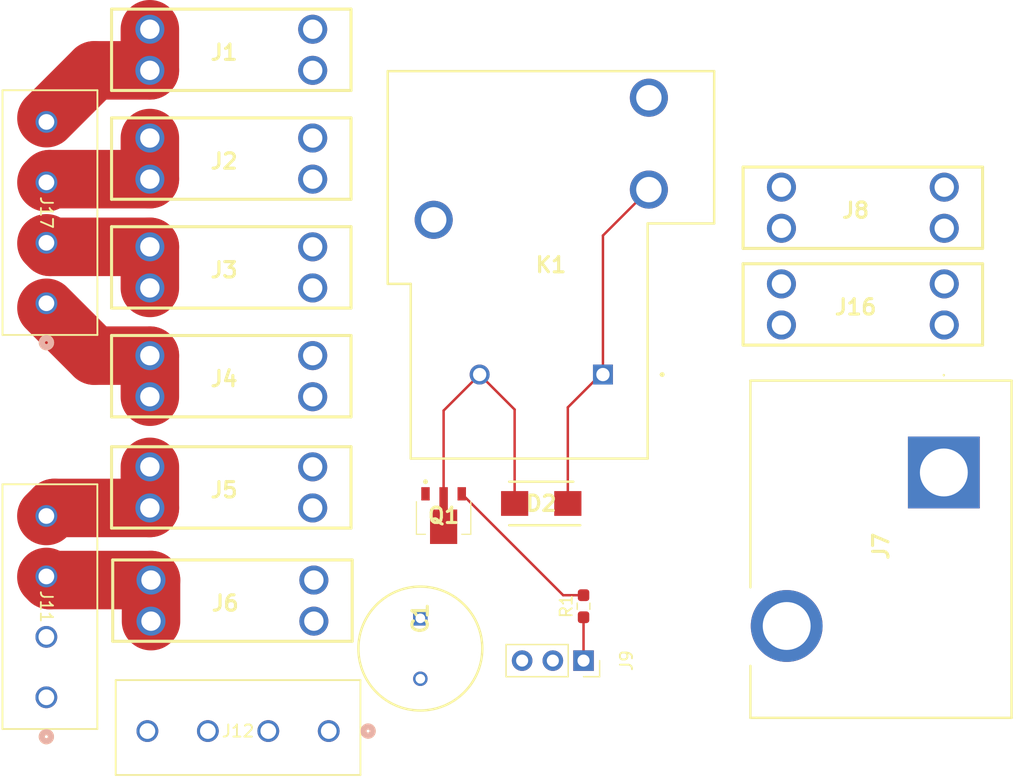
<source format=kicad_pcb>
(kicad_pcb (version 20240108) (generator "pcbnew") (generator_version "8.0")
  (layers (0 "F.Cu" signal) (31 "B.Cu" signal) (34 "B.Paste" user) (35 "F.Paste" user) (36 "B.SilkS" user "B.Silkscreen") (37 "F.SilkS" user "F.Silkscreen") (38 "B.Mask" user) (39 "F.Mask" user) (44 "Edge.Cuts" user))
  (net 0 "")
  (net 1 "Net-(C1-+)")
  (net 2 "Net-(D2-K)")
  (net 3 "Net-(J1-Pad1)")
  (net 4 "Net-(J17-Pad3)")
  (net 5 "Net-(J17-Pad2)")
  (net 6 "Net-(J17-Pad1)")
  (net 7 "Net-(J11-Pad4)")
  (net 8 "Net-(J11-Pad3)")
  (net 9 "GND")
  (net 10 "Net-(J9-Pin_1)")
  (net 12 "Net-(Q1-B)")
  (net 13 "/50F")
  (net 14 "/50U")
  (net 15 "/50R")
  (footprint "SamacSys_Parts:3557-2" (layer "F.Cu") (at 118.245 80.065)
    (property "Reference" "J8" (at -0.597 0.218 0) (layer "F.SilkS") (effects (font (size 1.27 1.27) (thickness 0.254))))
    (property "Value" "3557-2" (hide yes))
    (fp_line (start -9.905 -3.365) (end -9.905 3.365) (stroke (width 0.254)) (layer "F.SilkS"))
    (fp_line (start -9.905 3.365) (end 9.905 3.365) (stroke (width 0.254)) (layer "F.SilkS"))
    (fp_line (start 9.905 -3.365) (end -9.905 -3.365) (stroke (width 0.254)) (layer "F.SilkS"))
    (fp_line (start 9.905 3.365) (end 9.905 -3.365) (stroke (width 0.254)) (layer "F.SilkS"))
    (pad "1" thru_hole circle (at -6.735 -1.7) (size 2.4 2.4) (drill 1.6) (layers "*.Cu" "*.Mask") (net 13 "/50F"))
    (pad "2" thru_hole circle (at 6.735 -1.7) (size 2.4 2.4) (drill 1.6) (layers "*.Cu" "*.Mask") (net 14 "/50U"))
    (pad "3" thru_hole circle (at -6.735 1.7) (size 2.4 2.4) (drill 1.6) (layers "*.Cu" "*.Mask") (net 13 "/50F"))
    (pad "4" thru_hole circle (at 6.735 1.7) (size 2.4 2.4) (drill 1.6) (layers "*.Cu" "*.Mask") (net 14 "/50U"))
  )
  (footprint "SamacSys_Parts:3557-2" (layer "F.Cu") (at 66.095 112.565)
    (property "Reference" "J6" (at -0.597 0.218 0) (layer "F.SilkS") (effects (font (size 1.27 1.27) (thickness 0.254))))
    (property "Value" "3557-2" (hide yes))
    (fp_line (start -9.905 -3.365) (end -9.905 3.365) (stroke (width 0.254)) (layer "F.SilkS"))
    (fp_line (start -9.905 3.365) (end 9.905 3.365) (stroke (width 0.254)) (layer "F.SilkS"))
    (fp_line (start 9.905 -3.365) (end -9.905 -3.365) (stroke (width 0.254)) (layer "F.SilkS"))
    (fp_line (start 9.905 3.365) (end 9.905 -3.365) (stroke (width 0.254)) (layer "F.SilkS"))
    (pad "1" thru_hole circle (at -6.735 -1.7) (size 2.4 2.4) (drill 1.6) (layers "*.Cu" "*.Mask") (net 8 "Net-(J11-Pad3)"))
    (pad "2" thru_hole circle (at 6.735 -1.7) (size 2.4 2.4) (drill 1.6) (layers "*.Cu" "*.Mask") (net 15 "/50R"))
    (pad "3" thru_hole circle (at -6.735 1.7) (size 2.4 2.4) (drill 1.6) (layers "*.Cu" "*.Mask") (net 8 "Net-(J11-Pad3)"))
    (pad "4" thru_hole circle (at 6.735 1.7) (size 2.4 2.4) (drill 1.6) (layers "*.Cu" "*.Mask") (net 15 "/50R"))
  )
  (footprint "SamacSys_Parts:CONN4_TB002-500_787x299_CUD" (layer "F.Cu") (at 74.0616 123.3571)
    (property "Reference" "J12" (at -7.5 0 0) (layer "F.SilkS"))
    (property "Value" "TB002-500-04BE")
    (fp_circle (center 3.2569 0) (end 3.6379 0) (stroke (width 0.508)) (fill none) (layer "B.SilkS"))
    (fp_line (start -17.6219 -4.2164) (end -17.6219 3.6322) (stroke (width 0.1524)) (layer "F.SilkS"))
    (fp_line (start -17.6219 3.6322) (end 2.6219 3.6322) (stroke (width 0.1524)) (layer "F.SilkS"))
    (fp_line (start 2.6219 -4.2164) (end -17.6219 -4.2164) (stroke (width 0.1524)) (layer "F.SilkS"))
    (fp_line (start 2.6219 3.6322) (end 2.6219 -4.2164) (stroke (width 0.1524)) (layer "F.SilkS"))
    (fp_circle (center 3.2569 0) (end 3.6379 0) (stroke (width 0.508)) (fill none) (layer "F.SilkS"))
    (pad "1" thru_hole circle (at 0 0) (size 1.8034 1.8034) (drill 1.2954) (layers "*.Cu" "*.Mask") (net 9 "GND"))
    (pad "2" thru_hole circle (at -5 0) (size 1.8034 1.8034) (drill 1.2954) (layers "*.Cu" "*.Mask") (net 9 "GND"))
    (pad "3" thru_hole circle (at -10 0) (size 1.8034 1.8034) (drill 1.2954) (layers "*.Cu" "*.Mask") (net 9 "GND"))
    (pad "4" thru_hole circle (at -15.000001 0) (size 1.8034 1.8034) (drill 1.2954) (layers "*.Cu" "*.Mask") (net 9 "GND"))
  )
  (footprint "Connector_PinSocket_2.54mm:PinSocket_1x03_P2.54mm_Vertical" (layer "F.Cu") (at 95.14 117.53 -90)
    (property "Reference" "J9" (at 0 -3.55 90) (layer "F.SilkS"))
    (property "Value" "Conn_01x03_Pin")
    (fp_line (start -1.33 6.41) (end 1.33 6.41) (stroke (width 0.12)) (layer "F.SilkS"))
    (fp_line (start -1.33 1.27) (end -1.33 6.41) (stroke (width 0.12)) (layer "F.SilkS"))
    (fp_line (start -1.33 1.27) (end 1.33 1.27) (stroke (width 0.12)) (layer "F.SilkS"))
    (fp_line (start 1.33 1.27) (end 1.33 6.41) (stroke (width 0.12)) (layer "F.SilkS"))
    (fp_line (start 0 -1.33) (end 1.33 -1.33) (stroke (width 0.12)) (layer "F.SilkS"))
    (fp_line (start 1.33 -1.33) (end 1.33 0) (stroke (width 0.12)) (layer "F.SilkS"))
    (pad "1" thru_hole rect (at 0 0 270) (size 1.7 1.7) (drill 1) (layers "*.Cu" "*.Mask") (net 10 "Net-(J9-Pin_1)"))
    (pad "2" thru_hole oval (at 0 2.54 270) (size 1.7 1.7) (drill 1) (layers "*.Cu" "*.Mask") (net 13 "/50F"))
    (pad "3" thru_hole oval (at 0 5.08 270) (size 1.7 1.7) (drill 1) (layers "*.Cu" "*.Mask") (net 9 "GND"))
  )
  (footprint "SamacSys_Parts:0389690002" (layer "F.Cu") (at 124.945 101.965 -90)
    (property "Reference" "J7" (at 6.1 5.2 -90) (layer "F.SilkS") (effects (font (size 1.27 1.27) (thickness 0.254))))
    (property "Value" "0389690002" (hide yes))
    (fp_line (start -7.6 16) (end -7.6 -5.6) (stroke (width 0.2)) (layer "F.SilkS"))
    (fp_line (start 9.5 16) (end -7.6 16) (stroke (width 0.2)) (layer "F.SilkS"))
    (fp_line (start 20.3 16) (end 16 16) (stroke (width 0.2)) (layer "F.SilkS"))
    (fp_line (start 20.3 15.5) (end 20.3 16) (stroke (width 0.2)) (layer "F.SilkS"))
    (fp_line (start -8.1 0) (end -8.1 0) (stroke (width 0.1)) (layer "F.SilkS"))
    (fp_line (start -8 0) (end -8 0) (stroke (width 0.1)) (layer "F.SilkS"))
    (fp_line (start -7.6 -5.6) (end 20.3 -5.6) (stroke (width 0.2)) (layer "F.SilkS"))
    (fp_line (start 20.3 -5.6) (end 20.3 15.5) (stroke (width 0.2)) (layer "F.SilkS"))
    (fp_arc (start -8.1 0) (mid -8.05 -0.05) (end -8 0) (stroke (width 0.1)) (layer "F.SilkS"))
    (fp_arc (start -8 0) (mid -8.05 0.05) (end -8.1 0) (stroke (width 0.1)) (layer "F.SilkS"))
    (pad "1" thru_hole rect (at 0 0 270) (size 5.94 5.94) (drill 3.96) (layers "*.Cu" "*.Mask") (net 14 "/50U"))
    (pad "2" thru_hole circle (at 12.7 13 270) (size 5.94 5.94) (drill 3.96) (layers "*.Cu" "*.Mask") (net 9 "GND"))
  )
  (footprint "SamacSys_Parts:3557-2" (layer "F.Cu") (at 66 76)
    (property "Reference" "J2" (at -0.597 0.218 0) (layer "F.SilkS") (effects (font (size 1.27 1.27) (thickness 0.254))))
    (property "Value" "3557-2" (hide yes))
    (fp_line (start -9.905 -3.365) (end -9.905 3.365) (stroke (width 0.254)) (layer "F.SilkS"))
    (fp_line (start -9.905 3.365) (end 9.905 3.365) (stroke (width 0.254)) (layer "F.SilkS"))
    (fp_line (start 9.905 -3.365) (end -9.905 -3.365) (stroke (width 0.254)) (layer "F.SilkS"))
    (fp_line (start 9.905 3.365) (end 9.905 -3.365) (stroke (width 0.254)) (layer "F.SilkS"))
    (pad "1" thru_hole circle (at -6.735 -1.7) (size 2.4 2.4) (drill 1.6) (layers "*.Cu" "*.Mask") (net 4 "Net-(J17-Pad3)"))
    (pad "2" thru_hole circle (at 6.735 -1.7) (size 2.4 2.4) (drill 1.6) (layers "*.Cu" "*.Mask") (net 15 "/50R"))
    (pad "3" thru_hole circle (at -6.735 1.7) (size 2.4 2.4) (drill 1.6) (layers "*.Cu" "*.Mask") (net 4 "Net-(J17-Pad3)"))
    (pad "4" thru_hole circle (at 6.735 1.7) (size 2.4 2.4) (drill 1.6) (layers "*.Cu" "*.Mask") (net 15 "/50R"))
  )
  (footprint "SamacSys_Parts:CAPPRD500W60D1025H2200" (layer "F.Cu") (at 81.64 114.03 -90)
    (property "Reference" "C1" (at 0 0 -90) (layer "F.SilkS") (effects (font (size 1.27 1.27) (thickness 0.254))))
    (property "Value" "UVR1E102MPD" (hide yes))
    (fp_circle (center 2.5 0) (end 2.5 5.125) (stroke (width 0.2)) (fill none) (layer "F.SilkS"))
    (pad "1" thru_hole rect (at 0 0 270) (size 1.2 1.2) (drill 0.8) (layers "*.Cu" "*.Mask") (net 15 "/50R"))
    (pad "2" thru_hole circle (at 5 0 270) (size 1.2 1.2) (drill 0.8) (layers "*.Cu" "*.Mask") (net 9 "GND"))
  )
  (footprint "SamacSys_Parts:3557-2" (layer "F.Cu") (at 66 103.2)
    (property "Reference" "J5" (at -0.597 0.218 0) (layer "F.SilkS") (effects (font (size 1.27 1.27) (thickness 0.254))))
    (property "Value" "3557-2" (hide yes))
    (fp_line (start -9.905 -3.365) (end -9.905 3.365) (stroke (width 0.254)) (layer "F.SilkS"))
    (fp_line (start -9.905 3.365) (end 9.905 3.365) (stroke (width 0.254)) (layer "F.SilkS"))
    (fp_line (start 9.905 -3.365) (end -9.905 -3.365) (stroke (width 0.254)) (layer "F.SilkS"))
    (fp_line (start 9.905 3.365) (end 9.905 -3.365) (stroke (width 0.254)) (layer "F.SilkS"))
    (pad "1" thru_hole circle (at -6.735 -1.7) (size 2.4 2.4) (drill 1.6) (layers "*.Cu" "*.Mask") (net 7 "Net-(J11-Pad4)"))
    (pad "2" thru_hole circle (at 6.735 -1.7) (size 2.4 2.4) (drill 1.6) (layers "*.Cu" "*.Mask") (net 15 "/50R"))
    (pad "3" thru_hole circle (at -6.735 1.7) (size 2.4 2.4) (drill 1.6) (layers "*.Cu" "*.Mask") (net 7 "Net-(J11-Pad4)"))
    (pad "4" thru_hole circle (at 6.735 1.7) (size 2.4 2.4) (drill 1.6) (layers "*.Cu" "*.Mask") (net 15 "/50R"))
  )
  (footprint "SamacSys_Parts:CONN4_TB002-500_787x299_CUD" (layer "F.Cu") (at 50.7079 87.9666 -90)
    (property "Reference" "J17" (at -7.5 0 -90) (layer "F.SilkS"))
    (property "Value" "TB002-500-04BE")
    (fp_circle (center 3.2569 0) (end 3.6379 0) (stroke (width 0.508)) (fill none) (layer "B.SilkS"))
    (fp_line (start -17.6219 3.6322) (end 2.6219 3.6322) (stroke (width 0.1524)) (layer "F.SilkS"))
    (fp_line (start 2.6219 3.6322) (end 2.6219 -4.2164) (stroke (width 0.1524)) (layer "F.SilkS"))
    (fp_line (start -17.6219 -4.2164) (end -17.6219 3.6322) (stroke (width 0.1524)) (layer "F.SilkS"))
    (fp_line (start 2.6219 -4.2164) (end -17.6219 -4.2164) (stroke (width 0.1524)) (layer "F.SilkS"))
    (fp_circle (center 3.2569 0) (end 3.6379 0) (stroke (width 0.508)) (fill none) (layer "F.SilkS"))
    (pad "1" thru_hole circle (at 0 0 270) (size 1.8034 1.8034) (drill 1.2954) (layers "*.Cu" "*.Mask") (net 6 "Net-(J17-Pad1)"))
    (pad "2" thru_hole circle (at -5 0 270) (size 1.8034 1.8034) (drill 1.2954) (layers "*.Cu" "*.Mask") (net 5 "Net-(J17-Pad2)"))
    (pad "3" thru_hole circle (at -10 0 270) (size 1.8034 1.8034) (drill 1.2954) (layers "*.Cu" "*.Mask") (net 4 "Net-(J17-Pad3)"))
    (pad "4" thru_hole circle (at -15.000001 0 270) (size 1.8034 1.8034) (drill 1.2954) (layers "*.Cu" "*.Mask") (net 3 "Net-(J1-Pad1)"))
  )
  (footprint "SamacSys_Parts:PBSS4360XX" (layer "F.Cu") (at 83.565 105.53 180)
    (property "Reference" "Q1" (at 0 0 360) (layer "F.SilkS") (effects (font (size 1.27 1.27) (thickness 0.254))))
    (property "Value" "BCX56,135" (hide yes))
    (fp_line (start 2.25 -1.55) (end 2.25 1.15) (stroke (width 0.1)) (layer "F.SilkS"))
    (fp_line (start 1.5 2.9) (end 1.5 2.9) (stroke (width 0.2)) (layer "F.SilkS"))
    (fp_line (start 1.5 2.7) (end 1.5 2.7) (stroke (width 0.2)) (layer "F.SilkS"))
    (fp_line (start 1.5 -1.55) (end 2.25 -1.55) (stroke (width 0.1)) (layer "F.SilkS"))
    (fp_line (start -2.25 1.15) (end -2.25 -1.55) (stroke (width 0.1)) (layer "F.SilkS"))
    (fp_line (start -2.25 -1.55) (end -1.5 -1.55) (stroke (width 0.1)) (layer "F.SilkS"))
    (fp_arc (start 1.5 2.9) (mid 1.4 2.8) (end 1.5 2.7) (stroke (width 0.2)) (layer "F.SilkS"))
    (fp_arc (start 1.5 2.7) (mid 1.6 2.8) (end 1.5 2.9) (stroke (width 0.2)) (layer "F.SilkS"))
    (pad "1" smd rect (at 1.5 1.8 180) (size 0.7 1.1) (layers "F.Cu" "F.Paste" "F.Mask") (net 9 "GND"))
    (pad "2" smd rect (at 0 1.425 180) (size 0.7 1.85) (layers "F.Cu" "F.Paste" "F.Mask") (net 1 "Net-(C1-+)"))
    (pad "3" smd rect (at -1.5 1.8 180) (size 0.7 1.1) (layers "F.Cu" "F.Paste" "F.Mask") (net 12 "Net-(Q1-B)"))
    (pad "4" smd rect (at 0 -0.925 180) (size 2.25 2.85) (layers "F.Cu" "F.Paste" "F.Mask") (net 1 "Net-(C1-+)"))
  )
  (footprint "SamacSys_Parts:3557-2" (layer "F.Cu") (at 66 85)
    (property "Reference" "J3" (at -0.597 0.218 0) (layer "F.SilkS") (effects (font (size 1.27 1.27) (thickness 0.254))))
    (property "Value" "3557-2" (hide yes))
    (fp_line (start -9.905 -3.365) (end -9.905 3.365) (stroke (width 0.254)) (layer "F.SilkS"))
    (fp_line (start -9.905 3.365) (end 9.905 3.365) (stroke (width 0.254)) (layer "F.SilkS"))
    (fp_line (start 9.905 -3.365) (end -9.905 -3.365) (stroke (width 0.254)) (layer "F.SilkS"))
    (fp_line (start 9.905 3.365) (end 9.905 -3.365) (stroke (width 0.254)) (layer "F.SilkS"))
    (pad "1" thru_hole circle (at -6.735 -1.7) (size 2.4 2.4) (drill 1.6) (layers "*.Cu" "*.Mask") (net 5 "Net-(J17-Pad2)"))
    (pad "2" thru_hole circle (at 6.735 -1.7) (size 2.4 2.4) (drill 1.6) (layers "*.Cu" "*.Mask") (net 15 "/50R"))
    (pad "3" thru_hole circle (at -6.735 1.7) (size 2.4 2.4) (drill 1.6) (layers "*.Cu" "*.Mask") (net 5 "Net-(J17-Pad2)"))
    (pad "4" thru_hole circle (at 6.735 1.7) (size 2.4 2.4) (drill 1.6) (layers "*.Cu" "*.Mask") (net 15 "/50R"))
  )
  (footprint "SamacSys_Parts:3557-2" (layer "F.Cu") (at 66 67)
    (property "Reference" "J1" (at -0.597 0.218 0) (layer "F.SilkS") (effects (font (size 1.27 1.27) (thickness 0.254))))
    (property "Value" "3557-2" (hide yes))
    (fp_line (start -9.905 -3.365) (end -9.905 3.365) (stroke (width 0.254)) (layer "F.SilkS"))
    (fp_line (start -9.905 3.365) (end 9.905 3.365) (stroke (width 0.254)) (layer "F.SilkS"))
    (fp_line (start 9.905 -3.365) (end -9.905 -3.365) (stroke (width 0.254)) (layer "F.SilkS"))
    (fp_line (start 9.905 3.365) (end 9.905 -3.365) (stroke (width 0.254)) (layer "F.SilkS"))
    (pad "1" thru_hole circle (at -6.735 -1.7) (size 2.4 2.4) (drill 1.6) (layers "*.Cu" "*.Mask") (net 3 "Net-(J1-Pad1)"))
    (pad "2" thru_hole circle (at 6.735 -1.7) (size 2.4 2.4) (drill 1.6) (layers "*.Cu" "*.Mask") (net 15 "/50R"))
    (pad "3" thru_hole circle (at -6.735 1.7) (size 2.4 2.4) (drill 1.6) (layers "*.Cu" "*.Mask") (net 3 "Net-(J1-Pad1)"))
    (pad "4" thru_hole circle (at 6.735 1.7) (size 2.4 2.4) (drill 1.6) (layers "*.Cu" "*.Mask") (net 15 "/50R"))
  )
  (footprint "SamacSys_Parts:3557-2" (layer "F.Cu") (at 66 94)
    (property "Reference" "J4" (at -0.597 0.218 0) (layer "F.SilkS") (effects (font (size 1.27 1.27) (thickness 0.254))))
    (property "Value" "3557-2" (hide yes))
    (fp_line (start -9.905 -3.365) (end -9.905 3.365) (stroke (width 0.254)) (layer "F.SilkS"))
    (fp_line (start -9.905 3.365) (end 9.905 3.365) (stroke (width 0.254)) (layer "F.SilkS"))
    (fp_line (start 9.905 -3.365) (end -9.905 -3.365) (stroke (width 0.254)) (layer "F.SilkS"))
    (fp_line (start 9.905 3.365) (end 9.905 -3.365) (stroke (width 0.254)) (layer "F.SilkS"))
    (pad "1" thru_hole circle (at -6.735 -1.7) (size 2.4 2.4) (drill 1.6) (layers "*.Cu" "*.Mask") (net 6 "Net-(J17-Pad1)"))
    (pad "2" thru_hole circle (at 6.735 -1.7) (size 2.4 2.4) (drill 1.6) (layers "*.Cu" "*.Mask") (net 15 "/50R"))
    (pad "3" thru_hole circle (at -6.735 1.7) (size 2.4 2.4) (drill 1.6) (layers "*.Cu" "*.Mask") (net 6 "Net-(J17-Pad1)"))
    (pad "4" thru_hole circle (at 6.735 1.7) (size 2.4 2.4) (drill 1.6) (layers "*.Cu" "*.Mask") (net 15 "/50R"))
  )
  (footprint "SamacSys_Parts:DIOM5336X240N" (layer "F.Cu") (at 91.64 104.53 180)
    (property "Reference" "D2" (at 0 0 360) (layer "F.SilkS") (effects (font (size 1.27 1.27) (thickness 0.254))))
    (property "Value" "S1M" (hide yes))
    (fp_line (start 2.65 -1.8) (end -3.225 -1.8) (stroke (width 0.2)) (layer "F.SilkS"))
    (fp_line (start -2.65 1.8) (end 2.65 1.8) (stroke (width 0.2)) (layer "F.SilkS"))
    (pad "1" smd rect (at -2.2 0 270) (size 2.05 2.25) (layers "F.Cu" "F.Paste" "F.Mask") (net 2 "Net-(D2-K)"))
    (pad "2" smd rect (at 2.2 0 270) (size 2.05 2.25) (layers "F.Cu" "F.Paste" "F.Mask") (net 1 "Net-(C1-+)"))
  )
  (footprint "SamacSys_Parts:CONN4_TB002-500_787x299_CUD" (layer "F.Cu") (at 50.7027 120.565 -90)
    (property "Reference" "J11" (at -7.5 0 -90) (layer "F.SilkS"))
    (property "Value" "TB002-500-04BE")
    (fp_circle (center 3.2569 0) (end 3.6379 0) (stroke (width 0.508)) (fill none) (layer "B.SilkS"))
    (fp_line (start -17.6219 3.6322) (end 2.6219 3.6322) (stroke (width 0.1524)) (layer "F.SilkS"))
    (fp_line (start 2.6219 3.6322) (end 2.6219 -4.2164) (stroke (width 0.1524)) (layer "F.SilkS"))
    (fp_line (start -17.6219 -4.2164) (end -17.6219 3.6322) (stroke (width 0.1524)) (layer "F.SilkS"))
    (fp_line (start 2.6219 -4.2164) (end -17.6219 -4.2164) (stroke (width 0.1524)) (layer "F.SilkS"))
    (fp_circle (center 3.2569 0) (end 3.6379 0) (stroke (width 0.508)) (fill none) (layer "F.SilkS"))
    (pad "1" thru_hole circle (at 0 0 270) (size 1.8034 1.8034) (drill 1.2954) (layers "*.Cu" "*.Mask") (net 9 "GND"))
    (pad "2" thru_hole circle (at -5 0 270) (size 1.8034 1.8034) (drill 1.2954) (layers "*.Cu" "*.Mask") (net 9 "GND"))
    (pad "3" thru_hole circle (at -10 0 270) (size 1.8034 1.8034) (drill 1.2954) (layers "*.Cu" "*.Mask") (net 8 "Net-(J11-Pad3)"))
    (pad "4" thru_hole circle (at -15.000001 0 270) (size 1.8034 1.8034) (drill 1.2954) (layers "*.Cu" "*.Mask") (net 7 "Net-(J11-Pad4)"))
  )
  (footprint "SamacSys_Parts:3557-2" (layer "F.Cu") (at 118.245 88.065)
    (property "Reference" "J16" (at -0.597 0.218 0) (layer "F.SilkS") (effects (font (size 1.27 1.27) (thickness 0.254))))
    (property "Value" "3557-2" (hide yes))
    (fp_line (start -9.905 -3.365) (end -9.905 3.365) (stroke (width 0.254)) (layer "F.SilkS"))
    (fp_line (start -9.905 3.365) (end 9.905 3.365) (stroke (width 0.254)) (layer "F.SilkS"))
    (fp_line (start 9.905 -3.365) (end -9.905 -3.365) (stroke (width 0.254)) (layer "F.SilkS"))
    (fp_line (start 9.905 3.365) (end 9.905 -3.365) (stroke (width 0.254)) (layer "F.SilkS"))
    (pad "1" thru_hole circle (at -6.735 -1.7) (size 2.4 2.4) (drill 1.6) (layers "*.Cu" "*.Mask") (net 13 "/50F"))
    (pad "2" thru_hole circle (at 6.735 -1.7) (size 2.4 2.4) (drill 1.6) (layers "*.Cu" "*.Mask") (net 14 "/50U"))
    (pad "3" thru_hole circle (at -6.735 1.7) (size 2.4 2.4) (drill 1.6) (layers "*.Cu" "*.Mask") (net 13 "/50F"))
    (pad "4" thru_hole circle (at 6.735 1.7) (size 2.4 2.4) (drill 1.6) (layers "*.Cu" "*.Mask") (net 14 "/50U"))
  )
  (footprint "Resistor_SMD:R_0603_1608Metric_Pad0.98x0.95mm_HandSolder" (layer "F.Cu") (at 95.14 113.03 90)
    (property "Reference" "R1" (at 0 -1.43 90) (layer "F.SilkS"))
    (property "Value" "1K")
    (fp_line (start -0.254724 -0.5225) (end 0.254724 -0.5225) (stroke (width 0.12)) (layer "F.SilkS"))
    (fp_line (start -0.254724 0.5225) (end 0.254724 0.5225) (stroke (width 0.12)) (layer "F.SilkS"))
    (pad "1" smd roundrect (at -0.9125 0 90) (size 0.975 0.95) (layers "F.Cu" "F.Paste" "F.Mask") (net 10 "Net-(J9-Pin_1)"))
    (pad "2" smd roundrect (at 0.9125 0 90) (size 0.975 0.95) (layers "F.Cu" "F.Paste" "F.Mask") (net 12 "Net-(Q1-B)"))
  )
  (footprint "SamacSys_Parts:J115F11CH5VDCS615U" (layer "F.Cu") (at 96.745 93.865)
    (property "Reference" "K1" (at -4.3 -9.075 0) (layer "F.SilkS") (effects (font (size 1.27 1.27) (thickness 0.254))))
    (property "Value" "J115F11CH5VDCS61.5U" (hide yes))
    (fp_line (start -17.8 -25.1) (end 9.2 -25.1) (stroke (width 0.2)) (layer "F.SilkS"))
    (fp_line (start -17.8 -7.5) (end -17.8 -25.1) (stroke (width 0.2)) (layer "F.SilkS"))
    (fp_line (start -15.9 -7.5) (end -17.8 -7.5) (stroke (width 0.2)) (layer "F.SilkS"))
    (fp_line (start -15.9 6.95) (end -15.9 -7.5) (stroke (width 0.2)) (layer "F.SilkS"))
    (fp_line (start 3.7 -12.5) (end 3.7 6.95) (stroke (width 0.2)) (layer "F.SilkS"))
    (fp_line (start 3.7 6.95) (end -15.9 6.95) (stroke (width 0.2)) (layer "F.SilkS"))
    (fp_line (start 4.8 0) (end 4.8 0) (stroke (width 0.2)) (layer "F.SilkS"))
    (fp_line (start 5 0) (end 5 0) (stroke (width 0.2)) (layer "F.SilkS"))
    (fp_line (start 9.2 -25.1) (end 9.2 -12.5) (stroke (width 0.2)) (layer "F.SilkS"))
    (fp_line (start 9.2 -12.5) (end 3.7 -12.5) (stroke (width 0.2)) (layer "F.SilkS"))
    (fp_arc (start 4.8 0) (mid 4.9 -0.1) (end 5 0) (stroke (width 0.2)) (layer "F.SilkS"))
    (fp_arc (start 5 0) (mid 4.9 0.1) (end 4.8 0) (stroke (width 0.2)) (layer "F.SilkS"))
    (pad "1" thru_hole rect (at 0 0) (size 1.65 1.65) (drill 1.1) (layers "*.Cu" "*.Mask") (net 2 "Net-(D2-K)"))
    (pad "2" thru_hole circle (at -10.2 0) (size 1.65 1.65) (drill 1.1) (layers "*.Cu" "*.Mask") (net 1 "Net-(C1-+)"))
    (pad "3" thru_hole circle (at -14 -12.8) (size 3.15 3.15) (drill 2.1) (layers "*.Cu" "*.Mask") (net 1 "Net-(C1-+)"))
    (pad "4" thru_hole circle (at 3.8 -22.9) (size 3.15 3.15) (drill 2.1) (layers "*.Cu" "*.Mask"))
    (pad "5" thru_hole circle (at 3.8 -15.3) (size 3.15 3.15) (drill 2.1) (layers "*.Cu" "*.Mask") (net 2 "Net-(D2-K)"))
  )
  (segment (start 83.565 104.105) (end 83.565 96.845) (width 0.2032) (layer "F.Cu") (net 1))
  (segment (start 83.565 96.845) (end 86.545 93.865) (width 0.2032) (layer "F.Cu") (net 1))
  (segment (start 89.44 96.76) (end 89.44 104.53) (width 0.2032) (layer "F.Cu") (net 1))
  (segment (start 86.545 93.865) (end 89.44 96.76) (width 0.2032) (layer "F.Cu") (net 1))
  (segment (start 96.555 93.865) (end 96.745 93.865) (width 0.2032) (layer "F.Cu") (net 2))
  (segment (start 96.745 93.865) (end 96.455 93.865) (width 0.2032) (layer "F.Cu") (net 2))
  (segment (start 96.745 82.365) (end 100.545 78.565) (width 0.2032) (layer "F.Cu") (net 2))
  (segment (start 93.84 96.58) (end 93.84 104.53) (width 0.2032) (layer "F.Cu") (net 2))
  (segment (start 96.745 93.865) (end 96.745 82.365) (width 0.2032) (layer "F.Cu") (net 2))
  (segment (start 93.84 96.58) (end 96.555 93.865) (width 0.2032) (layer "F.Cu") (net 2))
  (segment (start 59.265 68.7) (end 54.666 68.7) (width 4.8387) (layer "F.Cu") (net 3))
  (segment (start 54.666 68.7) (end 50.7079 72.6581) (width 4.8387) (layer "F.Cu") (net 3))
  (segment (start 59.265 65.3) (end 59.265 68.7) (width 4.8387) (layer "F.Cu") (net 3))
  (segment (start 59.265 74.3) (end 59.265 77.7) (width 4.8387) (layer "F.Cu") (net 4))
  (segment (start 59.265 77.7) (end 50.9745 77.7) (width 4.8387) (layer "F.Cu") (net 4))
  (segment (start 50.9745 77.7) (end 50.7079 77.9666) (width 4.8387) (layer "F.Cu") (net 4))
  (segment (start 59.265 86.7) (end 59.265 83.3) (width 4.8387) (layer "F.Cu") (net 5))
  (segment (start 59.265 83.3) (end 50.9994 83.3) (width 4.8387) (layer "F.Cu") (net 5))
  (segment (start 50.9994 83.3) (end 50.7079 83.0085) (width 4.8387) (layer "F.Cu") (net 5))
  (segment (start 54.666 92.3) (end 50.7079 88.3419) (width 4.8387) (layer "F.Cu") (net 6))
  (segment (start 59.265 92.3) (end 54.666 92.3) (width 4.8387) (layer "F.Cu") (net 6))
  (segment (start 59.265 95.7) (end 59.265 92.3) (width 4.8387) (layer "F.Cu") (net 6))
  (segment (start 59.265 104.9) (end 51.367699 104.9) (width 4.8387) (layer "F.Cu") (net 7))
  (segment (start 51.367699 104.9) (end 50.7027 105.564999) (width 4.8387) (layer "F.Cu") (net 7))
  (segment (start 59.265 101.5) (end 59.265 104.9) (width 4.8387) (layer "F.Cu") (net 7))
  (segment (start 50.960801 110.865) (end 50.7027 110.606899) (width 4.8387) (layer "F.Cu") (net 8))
  (segment (start 59.36 114.265) (end 59.36 110.865) (width 4.8387) (layer "F.Cu") (net 8))
  (segment (start 59.36 110.865) (end 50.960801 110.865) (width 4.8387) (layer "F.Cu") (net 8))
  (segment (start 95.14 113.9425) (end 95.14 117.53) (width 0.2032) (layer "F.Cu") (net 10))
  (segment (start 85.065 103.73) (end 93.4525 112.1175) (width 0.2032) (layer "F.Cu") (net 12))
  (segment (start 93.4525 112.1175) (end 95.14 112.1175) (width 0.2032) (layer "F.Cu") (net 12))
)
</source>
